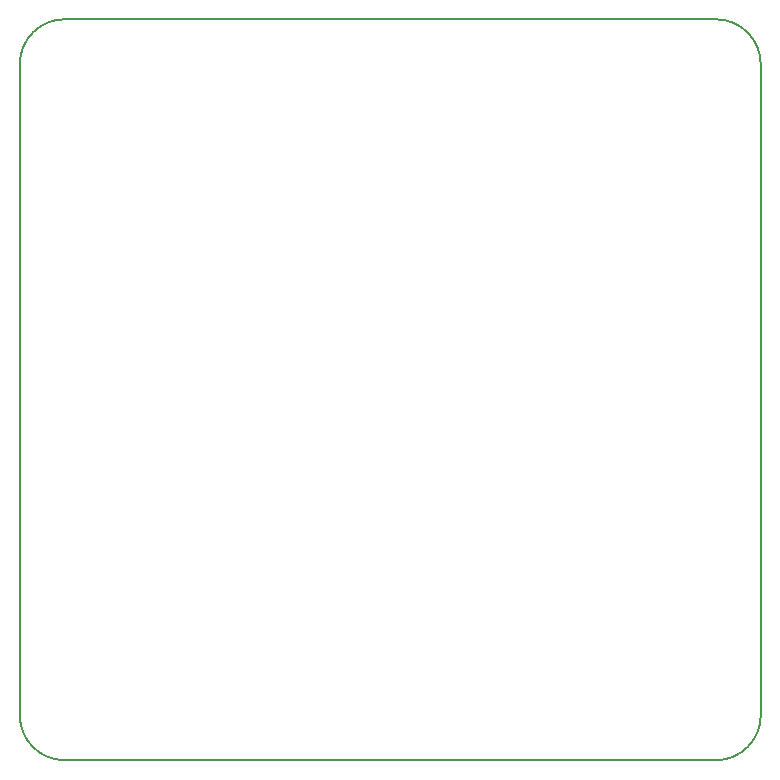
<source format=gm1>
G04 #@! TF.GenerationSoftware,KiCad,Pcbnew,(5.0.2)-1*
G04 #@! TF.CreationDate,2019-01-06T22:14:07+08:00*
G04 #@! TF.ProjectId,LQFP Breakout Board,4c514650-2042-4726-9561-6b6f75742042,rev?*
G04 #@! TF.SameCoordinates,Original*
G04 #@! TF.FileFunction,Profile,NP*
%FSLAX46Y46*%
G04 Gerber Fmt 4.6, Leading zero omitted, Abs format (unit mm)*
G04 Created by KiCad (PCBNEW (5.0.2)-1) date 01/06/19 22:14:07*
%MOMM*%
%LPD*%
G01*
G04 APERTURE LIST*
%ADD10C,0.200000*%
G04 APERTURE END LIST*
D10*
X123825000Y-113157000D02*
X123825000Y-58039000D01*
X64897000Y-116967000D02*
X120015000Y-116967000D01*
X61087000Y-58039000D02*
X61087000Y-113157000D01*
X120015000Y-54229000D02*
X64897000Y-54229000D01*
X120015000Y-54229000D02*
G75*
G02X123825000Y-58039000I0J-3810000D01*
G01*
X123825000Y-113157000D02*
G75*
G02X120015000Y-116967000I-3810000J0D01*
G01*
X64897000Y-116967000D02*
G75*
G02X61087000Y-113157000I0J3810000D01*
G01*
X61087000Y-58039000D02*
G75*
G02X64897000Y-54229000I3810000J0D01*
G01*
M02*

</source>
